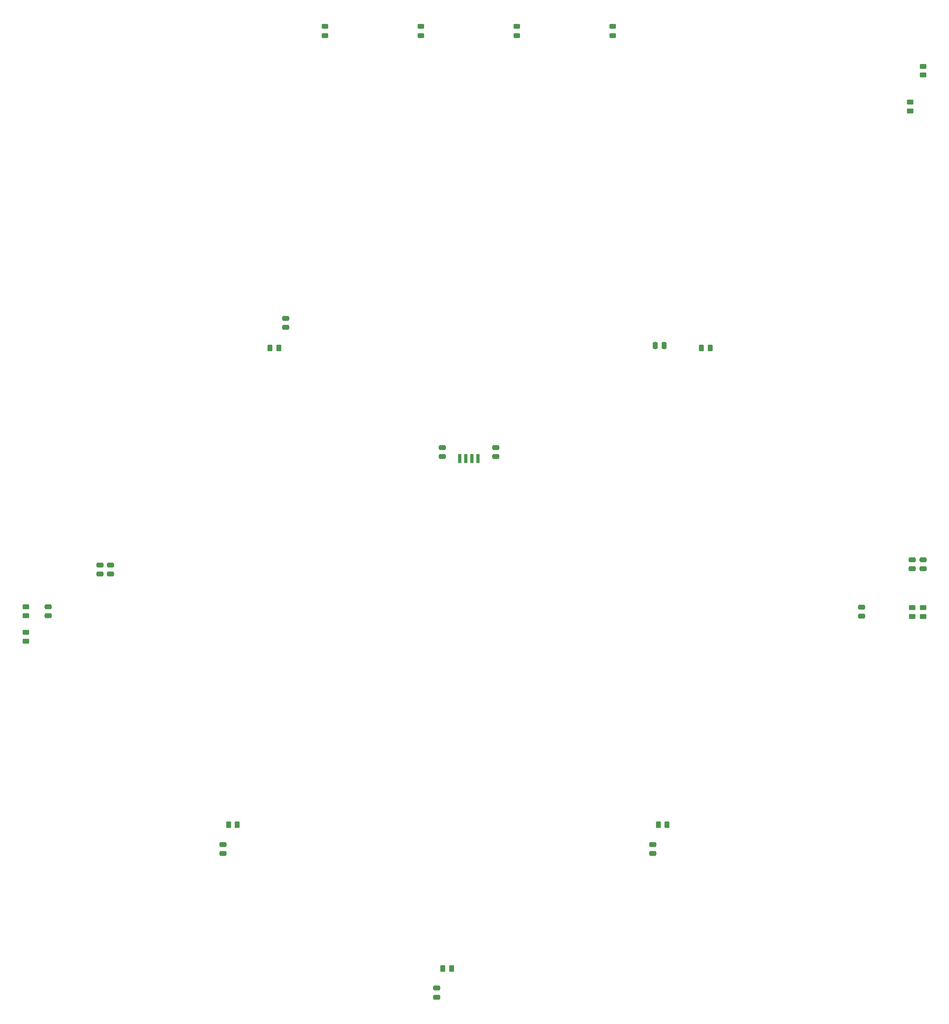
<source format=gbr>
%TF.GenerationSoftware,KiCad,Pcbnew,8.0.2-1*%
%TF.CreationDate,2024-06-04T17:42:53+02:00*%
%TF.ProjectId,broadcast_clock,62726f61-6463-4617-9374-5f636c6f636b,rev?*%
%TF.SameCoordinates,Original*%
%TF.FileFunction,Paste,Top*%
%TF.FilePolarity,Positive*%
%FSLAX46Y46*%
G04 Gerber Fmt 4.6, Leading zero omitted, Abs format (unit mm)*
G04 Created by KiCad (PCBNEW 8.0.2-1) date 2024-06-04 17:42:53*
%MOMM*%
%LPD*%
G01*
G04 APERTURE LIST*
G04 Aperture macros list*
%AMRoundRect*
0 Rectangle with rounded corners*
0 $1 Rounding radius*
0 $2 $3 $4 $5 $6 $7 $8 $9 X,Y pos of 4 corners*
0 Add a 4 corners polygon primitive as box body*
4,1,4,$2,$3,$4,$5,$6,$7,$8,$9,$2,$3,0*
0 Add four circle primitives for the rounded corners*
1,1,$1+$1,$2,$3*
1,1,$1+$1,$4,$5*
1,1,$1+$1,$6,$7*
1,1,$1+$1,$8,$9*
0 Add four rect primitives between the rounded corners*
20,1,$1+$1,$2,$3,$4,$5,0*
20,1,$1+$1,$4,$5,$6,$7,0*
20,1,$1+$1,$6,$7,$8,$9,0*
20,1,$1+$1,$8,$9,$2,$3,0*%
G04 Aperture macros list end*
%ADD10RoundRect,0.250000X0.450000X-0.262500X0.450000X0.262500X-0.450000X0.262500X-0.450000X-0.262500X0*%
%ADD11RoundRect,0.250000X-0.475000X0.250000X-0.475000X-0.250000X0.475000X-0.250000X0.475000X0.250000X0*%
%ADD12RoundRect,0.250000X-0.450000X0.262500X-0.450000X-0.262500X0.450000X-0.262500X0.450000X0.262500X0*%
%ADD13RoundRect,0.250000X0.262500X0.450000X-0.262500X0.450000X-0.262500X-0.450000X0.262500X-0.450000X0*%
%ADD14RoundRect,0.243750X0.456250X-0.243750X0.456250X0.243750X-0.456250X0.243750X-0.456250X-0.243750X0*%
%ADD15RoundRect,0.250000X0.250000X0.475000X-0.250000X0.475000X-0.250000X-0.475000X0.250000X-0.475000X0*%
%ADD16RoundRect,0.250000X0.475000X-0.250000X0.475000X0.250000X-0.475000X0.250000X-0.475000X-0.250000X0*%
%ADD17RoundRect,0.250000X-0.262500X-0.450000X0.262500X-0.450000X0.262500X0.450000X-0.262500X0.450000X0*%
%ADD18R,0.700000X1.900000*%
G04 APERTURE END LIST*
D10*
%TO.C,R3*%
X240411000Y-151788500D03*
X240411000Y-149963500D03*
%TD*%
D11*
%TO.C,C2*%
X68199000Y-141036000D03*
X68199000Y-142936000D03*
%TD*%
D12*
%TO.C,R5*%
X238125000Y-149963500D03*
X238125000Y-151788500D03*
%TD*%
D10*
%TO.C,R213*%
X237744000Y-46124500D03*
X237744000Y-44299500D03*
%TD*%
D13*
%TO.C,R7*%
X186840500Y-195326000D03*
X185015500Y-195326000D03*
%TD*%
D12*
%TO.C,R11*%
X240411000Y-36806500D03*
X240411000Y-38631500D03*
%TD*%
D11*
%TO.C,C8*%
X183845200Y-199456000D03*
X183845200Y-201356000D03*
%TD*%
D13*
%TO.C,R10*%
X141780900Y-225348800D03*
X139955900Y-225348800D03*
%TD*%
D14*
%TO.C,D358*%
X135381125Y-30351376D03*
X135381125Y-28476376D03*
%TD*%
D15*
%TO.C,C7*%
X186243000Y-95123000D03*
X184343000Y-95123000D03*
%TD*%
D12*
%TO.C,R1*%
X52730400Y-149811100D03*
X52730400Y-151636100D03*
%TD*%
D11*
%TO.C,C23*%
X139815000Y-116465000D03*
X139815000Y-118365000D03*
%TD*%
D16*
%TO.C,C1*%
X57404000Y-151673600D03*
X57404000Y-149773600D03*
%TD*%
D13*
%TO.C,R8*%
X96924500Y-195326000D03*
X95099500Y-195326000D03*
%TD*%
D16*
%TO.C,C10*%
X107086400Y-91374000D03*
X107086400Y-89474000D03*
%TD*%
D10*
%TO.C,R4*%
X52730400Y-156970100D03*
X52730400Y-155145100D03*
%TD*%
D16*
%TO.C,C6*%
X240385600Y-141818400D03*
X240385600Y-139918400D03*
%TD*%
D11*
%TO.C,C11*%
X138684000Y-229478800D03*
X138684000Y-231378800D03*
%TD*%
D14*
%TO.C,D357*%
X115315125Y-30351376D03*
X115315125Y-28476376D03*
%TD*%
D16*
%TO.C,C4*%
X227533200Y-151724400D03*
X227533200Y-149824400D03*
%TD*%
D14*
%TO.C,D359*%
X155447125Y-30351376D03*
X155447125Y-28476376D03*
%TD*%
D17*
%TO.C,R9*%
X103786300Y-95656400D03*
X105611300Y-95656400D03*
%TD*%
D11*
%TO.C,C22*%
X151015000Y-116465000D03*
X151015000Y-118365000D03*
%TD*%
D16*
%TO.C,C3*%
X238099600Y-141818400D03*
X238099600Y-139918400D03*
%TD*%
D17*
%TO.C,R6*%
X194032500Y-95631000D03*
X195857500Y-95631000D03*
%TD*%
D11*
%TO.C,C9*%
X93929200Y-199456000D03*
X93929200Y-201356000D03*
%TD*%
D14*
%TO.C,D360*%
X175513125Y-30351376D03*
X175513125Y-28476376D03*
%TD*%
D11*
%TO.C,C5*%
X70408800Y-141036000D03*
X70408800Y-142936000D03*
%TD*%
D18*
%TO.C,U15*%
X143510000Y-118814000D03*
X144780000Y-118814000D03*
X146050000Y-118814000D03*
X147320000Y-118814000D03*
%TD*%
M02*

</source>
